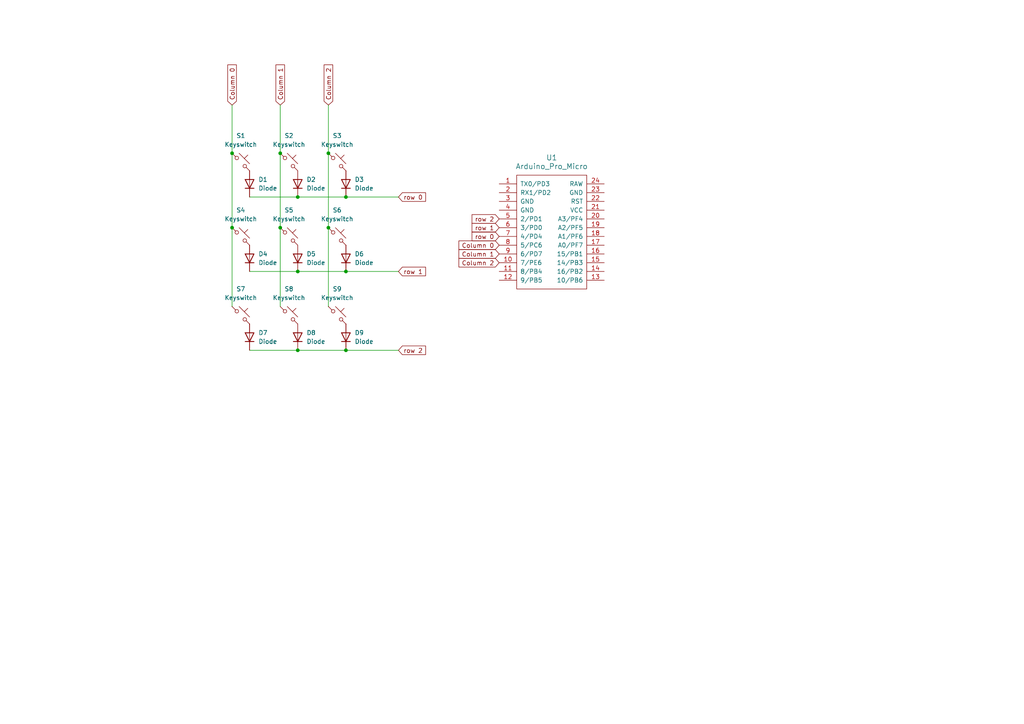
<source format=kicad_sch>
(kicad_sch (version 20231120) (generator "eeschema") (generator_version "8.0")
  (paper "A4")
  (lib_symbols
    (symbol "ScottoKeebs:MCU_Arduino_Pro_Micro" (pin_names (offset 1.016))
      (property "Reference" "U" (at 0 0 0))
      (property "Value" "Arduino_Pro_Micro" (at 0 -19.05 0))
      (symbol "MCU_Arduino_Pro_Micro_0_1"
        (rectangle (start -10.16 16.51) (end 10.16 -16.51))
      )
      (symbol "MCU_Arduino_Pro_Micro_1_1"
        (pin input line (at -15.24 13.97 0) (length 5.08) (name "TX0/PD3") (number "1"))
        (pin input line (at -15.24 -8.89 0) (length 5.08) (name "7/PE6") (number "10"))
        (pin input line (at -15.24 -11.43 0) (length 5.08) (name "8/PB4") (number "11"))
        (pin input line (at -15.24 -13.97 0) (length 5.08) (name "9/PB5") (number "12"))
        (pin input line (at 15.24 -13.97 180) (length 5.08) (name "10/PB6") (number "13"))
        (pin input line (at 15.24 -11.43 180) (length 5.08) (name "16/PB2") (number "14"))
        (pin input line (at 15.24 -8.89 180) (length 5.08) (name "14/PB3") (number "15"))
        (pin input line (at 15.24 -6.35 180) (length 5.08) (name "15/PB1") (number "16"))
        (pin input line (at 15.24 -3.81 180) (length 5.08) (name "A0/PF7") (number "17"))
        (pin input line (at 15.24 -1.27 180) (length 5.08) (name "A1/PF6") (number "18"))
        (pin input line (at 15.24 1.27 180) (length 5.08) (name "A2/PF5") (number "19"))
        (pin input line (at -15.24 11.43 0) (length 5.08) (name "RX1/PD2") (number "2"))
        (pin input line (at 15.24 3.81 180) (length 5.08) (name "A3/PF4") (number "20"))
        (pin input line (at 15.24 6.35 180) (length 5.08) (name "VCC") (number "21"))
        (pin input line (at 15.24 8.89 180) (length 5.08) (name "RST") (number "22"))
        (pin input line (at 15.24 11.43 180) (length 5.08) (name "GND") (number "23"))
        (pin input line (at 15.24 13.97 180) (length 5.08) (name "RAW") (number "24"))
        (pin input line (at -15.24 8.89 0) (length 5.08) (name "GND") (number "3"))
        (pin input line (at -15.24 6.35 0) (length 5.08) (name "GND") (number "4"))
        (pin input line (at -15.24 3.81 0) (length 5.08) (name "2/PD1") (number "5"))
        (pin input line (at -15.24 1.27 0) (length 5.08) (name "3/PD0") (number "6"))
        (pin input line (at -15.24 -1.27 0) (length 5.08) (name "4/PD4") (number "7"))
        (pin input line (at -15.24 -3.81 0) (length 5.08) (name "5/PC6") (number "8"))
        (pin input line (at -15.24 -6.35 0) (length 5.08) (name "6/PD7") (number "9"))
      )
    )
    (symbol "ScottoKeebs:Placeholder_Diode" (pin_numbers hide) (pin_names hide)
      (property "Reference" "D" (at 0 2.54 0))
      (property "Value" "Diode" (at 0 -2.54 0))
      (symbol "Placeholder_Diode_0_1"
        (polyline (pts (xy -1.27 1.27) (xy -1.27 -1.27)) (stroke (width 0.254)))
        (polyline (pts (xy 1.27 0) (xy -1.27 0)))
        (polyline (pts (xy 1.27 1.27) (xy 1.27 -1.27) (xy -1.27 0) (xy 1.27 1.27)) (stroke (width 0.254)))
      )
      (symbol "Placeholder_Diode_1_1"
        (pin passive line (at -3.81 0 0) (length 2.54) (name "K") (number "1"))
        (pin passive line (at 3.81 0 180) (length 2.54) (name "A") (number "2"))
      )
    )
    (symbol "ScottoKeebs:Placeholder_Keyswitch" (pin_numbers hide) (pin_names (offset 1.016) hide)
      (property "Reference" "S" (at 3.048 1.016 0))
      (property "Value" "Keyswitch" (at 0 -3.81 0))
      (symbol "Placeholder_Keyswitch_0_1"
        (circle (center -1.1684 1.1684) (radius 0.508))
        (polyline (pts (xy -0.508 2.54) (xy 2.54 -0.508)))
        (polyline (pts (xy 1.016 1.016) (xy 2.032 2.032)))
        (polyline (pts (xy -2.54 2.54) (xy -1.524 1.524) (xy -1.524 1.524)))
        (polyline (pts (xy 1.524 -1.524) (xy 2.54 -2.54) (xy 2.54 -2.54) (xy 2.54 -2.54)))
        (circle (center 1.143 -1.1938) (radius 0.508))
        (pin passive line (at -2.54 2.54 0) (length 0) (name "1") (number "1"))
        (pin passive line (at 2.54 -2.54 180) (length 0) (name "2") (number "2"))
      )
    )
  )
  (junction (at 100.33 57.15))
  (junction (at 95.25 66.04))
  (junction (at 86.36 101.6))
  (junction (at 95.25 44.45))
  (junction (at 100.33 101.6))
  (junction (at 86.36 57.15))
  (junction (at 86.36 78.74))
  (junction (at 67.31 44.45))
  (junction (at 81.28 44.45))
  (junction (at 100.33 78.74))
  (junction (at 67.31 66.04))
  (junction (at 81.28 66.04))
  (wire (pts (xy 86.36 78.74) (xy 100.33 78.74)))
  (wire (pts (xy 67.31 30.48) (xy 67.31 44.45)))
  (wire (pts (xy 72.39 101.6) (xy 86.36 101.6)))
  (wire (pts (xy 67.31 66.04) (xy 67.31 88.9)))
  (wire (pts (xy 86.36 101.6) (xy 100.33 101.6)))
  (wire (pts (xy 100.33 78.74) (xy 115.57 78.74)))
  (wire (pts (xy 81.28 30.48) (xy 81.28 44.45)))
  (wire (pts (xy 67.31 44.45) (xy 67.31 66.04)))
  (wire (pts (xy 72.39 57.15) (xy 86.36 57.15)))
  (wire (pts (xy 81.28 66.04) (xy 81.28 88.9)))
  (wire (pts (xy 95.25 66.04) (xy 95.25 88.9)))
  (wire (pts (xy 95.25 44.45) (xy 95.25 66.04)))
  (wire (pts (xy 100.33 101.6) (xy 115.57 101.6)))
  (wire (pts (xy 95.25 30.48) (xy 95.25 44.45)))
  (wire (pts (xy 81.28 44.45) (xy 81.28 66.04)))
  (wire (pts (xy 115.57 57.15) (xy 100.33 57.15)))
  (wire (pts (xy 86.36 57.15) (xy 100.33 57.15)))
  (wire (pts (xy 72.39 78.74) (xy 86.36 78.74)))
  (global_label "Column 1" (shape input) (at 81.28 30.48 90) (property "Intersheetrefs" "${INTERSHEET_REFS}" (effects (hide yes))))
  (global_label "Column 0" (shape input) (at 67.31 30.48 90) (property "Intersheetrefs" "${INTERSHEET_REFS}" (effects (hide yes))))
  (global_label "row 2" (shape input) (at 115.57 101.6 0) (property "Intersheetrefs" "${INTERSHEET_REFS}" (effects (hide yes))))
  (global_label "row 0" (shape input) (at 144.78 68.58 180) (property "Intersheetrefs" "${INTERSHEET_REFS}" (effects (hide yes))))
  (global_label "row 1" (shape input) (at 144.78 66.04 180) (property "Intersheetrefs" "${INTERSHEET_REFS}" (effects (hide yes))))
  (global_label "Column 1" (shape input) (at 144.78 73.66 180) (property "Intersheetrefs" "${INTERSHEET_REFS}" (effects (hide yes))))
  (global_label "Column 2" (shape input) (at 95.25 30.48 90) (property "Intersheetrefs" "${INTERSHEET_REFS}" (effects (hide yes))))
  (global_label "Column 0" (shape input) (at 144.78 71.12 180) (property "Intersheetrefs" "${INTERSHEET_REFS}" (effects (hide yes))))
  (global_label "row 1" (shape input) (at 115.57 78.74 0) (property "Intersheetrefs" "${INTERSHEET_REFS}" (effects (hide yes))))
  (global_label "Column 2" (shape input) (at 144.78 76.2 180) (property "Intersheetrefs" "${INTERSHEET_REFS}" (effects (hide yes))))
  (global_label "row 0" (shape input) (at 115.57 57.15 0) (property "Intersheetrefs" "${INTERSHEET_REFS}" (effects (hide yes))))
  (global_label "row 2" (shape input) (at 144.78 63.5 180) (property "Intersheetrefs" "${INTERSHEET_REFS}" (effects (hide yes))))
  (symbol (lib_id "ScottoKeebs:Placeholder_Keyswitch") (at 69.85 91.44 0) (unit 1)
    (property "Reference" "S7" (at 69.85 83.82 0))
    (property "Value" "Keyswitch" (at 69.85 86.36 0))
    (property "Footprint" "ScottoKeebs_MX:MX_PCB_1.00u" (effects (hide yes)))
    (property "Description" "Push button switch, normally open, two pins, 45° tilted" (effects (hide yes)))
  )
  (symbol (lib_id "ScottoKeebs:Placeholder_Keyswitch") (at 97.79 46.99 0) (unit 1)
    (property "Reference" "S3" (at 97.79 39.37 0))
    (property "Value" "Keyswitch" (at 97.79 41.91 0))
    (property "Footprint" "ScottoKeebs_MX:MX_PCB_1.00u" (effects (hide yes)))
    (property "Description" "Push button switch, normally open, two pins, 45° tilted" (effects (hide yes)))
  )
  (symbol (lib_id "ScottoKeebs:Placeholder_Keyswitch") (at 83.82 68.58 0) (unit 1)
    (property "Reference" "S5" (at 83.82 60.96 0))
    (property "Value" "Keyswitch" (at 83.82 63.5 0))
    (property "Footprint" "ScottoKeebs_MX:MX_PCB_1.00u" (effects (hide yes)))
    (property "Description" "Push button switch, normally open, two pins, 45° tilted" (effects (hide yes)))
  )
  (symbol (lib_id "ScottoKeebs:Placeholder_Keyswitch") (at 97.79 91.44 0) (unit 1)
    (property "Reference" "S9" (at 97.79 83.82 0))
    (property "Value" "Keyswitch" (at 97.79 86.36 0))
    (property "Footprint" "ScottoKeebs_MX:MX_PCB_1.00u" (effects (hide yes)))
    (property "Description" "Push button switch, normally open, two pins, 45° tilted" (effects (hide yes)))
  )
  (symbol (lib_id "ScottoKeebs:Placeholder_Diode") (at 72.39 74.93 90) (unit 1)
    (property "Reference" "D4" (at 74.93 73.6599 90) (effects (justify right)))
    (property "Value" "Diode" (at 74.93 76.1999 90) (effects (justify right)))
    (property "Footprint" "Diode_SMD:D_SOD-123" (effects (hide yes)))
    (property "Description" "1N4148 (DO-35) or 1N4148W (SOD-123)" (effects (hide yes)))
    (property "Sim.Device" "D" (effects (hide yes)))
    (property "Sim.Pins" "1=K 2=A" (effects (hide yes)))
  )
  (symbol (lib_id "ScottoKeebs:Placeholder_Diode") (at 86.36 74.93 90) (unit 1)
    (property "Reference" "D5" (at 88.9 73.6599 90) (effects (justify right)))
    (property "Value" "Diode" (at 88.9 76.1999 90) (effects (justify right)))
    (property "Footprint" "Diode_SMD:D_SOD-123" (effects (hide yes)))
    (property "Description" "1N4148 (DO-35) or 1N4148W (SOD-123)" (effects (hide yes)))
    (property "Sim.Device" "D" (effects (hide yes)))
    (property "Sim.Pins" "1=K 2=A" (effects (hide yes)))
  )
  (symbol (lib_id "ScottoKeebs:Placeholder_Keyswitch") (at 83.82 46.99 0) (unit 1)
    (property "Reference" "S2" (at 83.82 39.37 0))
    (property "Value" "Keyswitch" (at 83.82 41.91 0))
    (property "Footprint" "ScottoKeebs_MX:MX_PCB_1.00u" (effects (hide yes)))
    (property "Description" "Push button switch, normally open, two pins, 45° tilted" (effects (hide yes)))
  )
  (symbol (lib_id "ScottoKeebs:Placeholder_Diode") (at 100.33 74.93 90) (unit 1)
    (property "Reference" "D6" (at 102.87 73.6599 90) (effects (justify right)))
    (property "Value" "Diode" (at 102.87 76.1999 90) (effects (justify right)))
    (property "Footprint" "Diode_SMD:D_SOD-123" (effects (hide yes)))
    (property "Description" "1N4148 (DO-35) or 1N4148W (SOD-123)" (effects (hide yes)))
    (property "Sim.Device" "D" (effects (hide yes)))
    (property "Sim.Pins" "1=K 2=A" (effects (hide yes)))
  )
  (symbol (lib_id "ScottoKeebs:Placeholder_Diode") (at 86.36 53.34 90) (unit 1)
    (property "Reference" "D2" (at 88.9 52.0699 90) (effects (justify right)))
    (property "Value" "Diode" (at 88.9 54.6099 90) (effects (justify right)))
    (property "Footprint" "Diode_SMD:D_SOD-123" (effects (hide yes)))
    (property "Description" "1N4148 (DO-35) or 1N4148W (SOD-123)" (effects (hide yes)))
    (property "Sim.Device" "D" (effects (hide yes)))
    (property "Sim.Pins" "1=K 2=A" (effects (hide yes)))
  )
  (symbol (lib_id "ScottoKeebs:Placeholder_Diode") (at 72.39 97.79 90) (unit 1)
    (property "Reference" "D7" (at 74.93 96.5199 90) (effects (justify right)))
    (property "Value" "Diode" (at 74.93 99.0599 90) (effects (justify right)))
    (property "Footprint" "Diode_SMD:D_SOD-123" (effects (hide yes)))
    (property "Description" "1N4148 (DO-35) or 1N4148W (SOD-123)" (effects (hide yes)))
    (property "Sim.Device" "D" (effects (hide yes)))
    (property "Sim.Pins" "1=K 2=A" (effects (hide yes)))
  )
  (symbol (lib_id "ScottoKeebs:Placeholder_Diode") (at 100.33 53.34 90) (unit 1)
    (property "Reference" "D3" (at 102.87 52.0699 90) (effects (justify right)))
    (property "Value" "Diode" (at 102.87 54.6099 90) (effects (justify right)))
    (property "Footprint" "Diode_SMD:D_SOD-123" (effects (hide yes)))
    (property "Description" "1N4148 (DO-35) or 1N4148W (SOD-123)" (effects (hide yes)))
    (property "Sim.Device" "D" (effects (hide yes)))
    (property "Sim.Pins" "1=K 2=A" (effects (hide yes)))
  )
  (symbol (lib_id "ScottoKeebs:Placeholder_Diode") (at 72.39 53.34 90) (unit 1)
    (property "Reference" "D1" (at 74.93 52.0699 90) (effects (justify right)))
    (property "Value" "Diode" (at 74.93 54.6099 90) (effects (justify right)))
    (property "Footprint" "Diode_SMD:D_SOD-123" (effects (hide yes)))
    (property "Description" "1N4148 (DO-35) or 1N4148W (SOD-123)" (effects (hide yes)))
    (property "Sim.Device" "D" (effects (hide yes)))
    (property "Sim.Pins" "1=K 2=A" (effects (hide yes)))
  )
  (symbol (lib_id "ScottoKeebs:Placeholder_Diode") (at 100.33 97.79 90) (unit 1)
    (property "Reference" "D9" (at 102.87 96.5199 90) (effects (justify right)))
    (property "Value" "Diode" (at 102.87 99.0599 90) (effects (justify right)))
    (property "Footprint" "Diode_SMD:D_SOD-123" (effects (hide yes)))
    (property "Description" "1N4148 (DO-35) or 1N4148W (SOD-123)" (effects (hide yes)))
    (property "Sim.Device" "D" (effects (hide yes)))
    (property "Sim.Pins" "1=K 2=A" (effects (hide yes)))
  )
  (symbol (lib_id "ScottoKeebs:Placeholder_Keyswitch") (at 69.85 68.58 0) (unit 1)
    (property "Reference" "S4" (at 69.85 60.96 0))
    (property "Value" "Keyswitch" (at 69.85 63.5 0))
    (property "Footprint" "ScottoKeebs_MX:MX_PCB_1.00u" (effects (hide yes)))
    (property "Description" "Push button switch, normally open, two pins, 45° tilted" (effects (hide yes)))
  )
  (symbol (lib_id "ScottoKeebs:Placeholder_Keyswitch") (at 83.82 91.44 0) (unit 1)
    (property "Reference" "S8" (at 83.82 83.82 0))
    (property "Value" "Keyswitch" (at 83.82 86.36 0))
    (property "Footprint" "ScottoKeebs_MX:MX_PCB_1.00u" (effects (hide yes)))
    (property "Description" "Push button switch, normally open, two pins, 45° tilted" (effects (hide yes)))
  )
  (symbol (lib_id "ScottoKeebs:MCU_Arduino_Pro_Micro") (at 160.02 67.31 0) (unit 1)
    (property "Reference" "U1" (at 160.02 45.72 0) (effects (font (size 1.524 1.524))))
    (property "Value" "Arduino_Pro_Micro" (at 160.02 48.26 0) (effects (font (size 1.524 1.524))))
    (property "Footprint" "ScottoKeebs_MCU:Arduino_Pro_Micro" (effects (hide yes)))
  )
  (symbol (lib_id "ScottoKeebs:Placeholder_Diode") (at 86.36 97.79 90) (unit 1)
    (property "Reference" "D8" (at 88.9 96.5199 90) (effects (justify right)))
    (property "Value" "Diode" (at 88.9 99.0599 90) (effects (justify right)))
    (property "Footprint" "Diode_SMD:D_SOD-123" (effects (hide yes)))
    (property "Description" "1N4148 (DO-35) or 1N4148W (SOD-123)" (effects (hide yes)))
    (property "Sim.Device" "D" (effects (hide yes)))
    (property "Sim.Pins" "1=K 2=A" (effects (hide yes)))
  )
  (symbol (lib_id "ScottoKeebs:Placeholder_Keyswitch") (at 97.79 68.58 0) (unit 1)
    (property "Reference" "S6" (at 97.79 60.96 0))
    (property "Value" "Keyswitch" (at 97.79 63.5 0))
    (property "Footprint" "ScottoKeebs_MX:MX_PCB_1.00u" (effects (hide yes)))
    (property "Description" "Push button switch, normally open, two pins, 45° tilted" (effects (hide yes)))
  )
  (symbol (lib_id "ScottoKeebs:Placeholder_Keyswitch") (at 69.85 46.99 0) (unit 1)
    (property "Reference" "S1" (at 69.85 39.37 0))
    (property "Value" "Keyswitch" (at 69.85 41.91 0))
    (property "Footprint" "ScottoKeebs_MX:MX_PCB_1.00u" (effects (hide yes)))
    (property "Description" "Push button switch, normally open, two pins, 45° tilted" (effects (hide yes)))
  )
)
</source>
